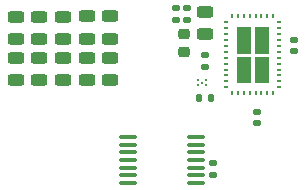
<source format=gbp>
G04 #@! TF.GenerationSoftware,KiCad,Pcbnew,(6.0.0-0)*
G04 #@! TF.CreationDate,2022-01-16T01:34:20+01:00*
G04 #@! TF.ProjectId,ESCv4.3,45534376-342e-4332-9e6b-696361645f70,rev?*
G04 #@! TF.SameCoordinates,Original*
G04 #@! TF.FileFunction,Paste,Bot*
G04 #@! TF.FilePolarity,Positive*
%FSLAX46Y46*%
G04 Gerber Fmt 4.6, Leading zero omitted, Abs format (unit mm)*
G04 Created by KiCad (PCBNEW (6.0.0-0)) date 2022-01-16 01:34:20*
%MOMM*%
%LPD*%
G01*
G04 APERTURE LIST*
G04 Aperture macros list*
%AMRoundRect*
0 Rectangle with rounded corners*
0 $1 Rounding radius*
0 $2 $3 $4 $5 $6 $7 $8 $9 X,Y pos of 4 corners*
0 Add a 4 corners polygon primitive as box body*
4,1,4,$2,$3,$4,$5,$6,$7,$8,$9,$2,$3,0*
0 Add four circle primitives for the rounded corners*
1,1,$1+$1,$2,$3*
1,1,$1+$1,$4,$5*
1,1,$1+$1,$6,$7*
1,1,$1+$1,$8,$9*
0 Add four rect primitives between the rounded corners*
20,1,$1+$1,$2,$3,$4,$5,0*
20,1,$1+$1,$4,$5,$6,$7,0*
20,1,$1+$1,$6,$7,$8,$9,0*
20,1,$1+$1,$8,$9,$2,$3,0*%
G04 Aperture macros list end*
%ADD10C,0.100000*%
%ADD11O,0.500000X0.200000*%
%ADD12O,0.200000X0.500000*%
%ADD13RoundRect,0.243750X-0.456250X0.243750X-0.456250X-0.243750X0.456250X-0.243750X0.456250X0.243750X0*%
%ADD14RoundRect,0.243750X0.456250X-0.243750X0.456250X0.243750X-0.456250X0.243750X-0.456250X-0.243750X0*%
%ADD15RoundRect,0.147500X-0.172500X0.147500X-0.172500X-0.147500X0.172500X-0.147500X0.172500X0.147500X0*%
%ADD16RoundRect,0.218750X-0.256250X0.218750X-0.256250X-0.218750X0.256250X-0.218750X0.256250X0.218750X0*%
%ADD17RoundRect,0.147500X0.172500X-0.147500X0.172500X0.147500X-0.172500X0.147500X-0.172500X-0.147500X0*%
%ADD18R,0.250000X0.250000*%
%ADD19RoundRect,0.147500X0.147500X0.172500X-0.147500X0.172500X-0.147500X-0.172500X0.147500X-0.172500X0*%
%ADD20RoundRect,0.100000X-0.637500X-0.100000X0.637500X-0.100000X0.637500X0.100000X-0.637500X0.100000X0*%
G04 APERTURE END LIST*
D10*
G04 #@! TO.C,U5*
X109030000Y-88755000D02*
X107925000Y-88755000D01*
X107925000Y-88755000D02*
X107925000Y-90930000D01*
X107925000Y-90930000D02*
X109030000Y-90930000D01*
X109030000Y-90930000D02*
X109030000Y-88755000D01*
G36*
X109030000Y-90930000D02*
G01*
X107925000Y-90930000D01*
X107925000Y-88755000D01*
X109030000Y-88755000D01*
X109030000Y-90930000D01*
G37*
X109030000Y-90930000D02*
X107925000Y-90930000D01*
X107925000Y-88755000D01*
X109030000Y-88755000D01*
X109030000Y-90930000D01*
X107460000Y-88755000D02*
X106355000Y-88755000D01*
X106355000Y-88755000D02*
X106355000Y-90930000D01*
X106355000Y-90930000D02*
X107460000Y-90930000D01*
X107460000Y-90930000D02*
X107460000Y-88755000D01*
G36*
X107460000Y-90930000D02*
G01*
X106355000Y-90930000D01*
X106355000Y-88755000D01*
X107460000Y-88755000D01*
X107460000Y-90930000D01*
G37*
X107460000Y-90930000D02*
X106355000Y-90930000D01*
X106355000Y-88755000D01*
X107460000Y-88755000D01*
X107460000Y-90930000D01*
X107460000Y-91240000D02*
X106355000Y-91240000D01*
X106355000Y-91240000D02*
X106355000Y-93415000D01*
X106355000Y-93415000D02*
X107460000Y-93415000D01*
X107460000Y-93415000D02*
X107460000Y-91240000D01*
G36*
X107460000Y-93415000D02*
G01*
X106355000Y-93415000D01*
X106355000Y-91240000D01*
X107460000Y-91240000D01*
X107460000Y-93415000D01*
G37*
X107460000Y-93415000D02*
X106355000Y-93415000D01*
X106355000Y-91240000D01*
X107460000Y-91240000D01*
X107460000Y-93415000D01*
X109030000Y-91240000D02*
X107925000Y-91240000D01*
X107925000Y-91240000D02*
X107925000Y-93415000D01*
X107925000Y-93415000D02*
X109030000Y-93415000D01*
X109030000Y-93415000D02*
X109030000Y-91240000D01*
G36*
X109030000Y-93415000D02*
G01*
X107925000Y-93415000D01*
X107925000Y-91240000D01*
X109030000Y-91240000D01*
X109030000Y-93415000D01*
G37*
X109030000Y-93415000D02*
X107925000Y-93415000D01*
X107925000Y-91240000D01*
X109030000Y-91240000D01*
X109030000Y-93415000D01*
G04 #@! TD*
D11*
G04 #@! TO.C,U5*
X105440000Y-93835000D03*
X105440000Y-93335000D03*
X105440000Y-92835000D03*
X105440000Y-92335000D03*
X105440000Y-91835000D03*
X105440000Y-91335000D03*
X105440000Y-90835000D03*
X105440000Y-90335000D03*
X105440000Y-89835000D03*
X105440000Y-89335000D03*
X105440000Y-88835000D03*
X105440000Y-88335000D03*
D12*
X105940000Y-87835000D03*
X106440000Y-87835000D03*
X106940000Y-87835000D03*
X107440000Y-87835000D03*
X107940000Y-87835000D03*
X108440000Y-87835000D03*
X108940000Y-87835000D03*
X109440000Y-87835000D03*
D11*
X109940000Y-88335000D03*
X109940000Y-88835000D03*
X109940000Y-89335000D03*
X109940000Y-89835000D03*
X109940000Y-90335000D03*
X109940000Y-90835000D03*
X109940000Y-91335000D03*
X109940000Y-91835000D03*
X109940000Y-92335000D03*
X109940000Y-92835000D03*
X109940000Y-93335000D03*
X109940000Y-93835000D03*
D12*
X109440000Y-94335000D03*
X108940000Y-94335000D03*
X108440000Y-94335000D03*
X107940000Y-94335000D03*
X107440000Y-94335000D03*
X106940000Y-94335000D03*
X106440000Y-94335000D03*
X105940000Y-94335000D03*
G04 #@! TD*
D13*
G04 #@! TO.C,C2*
X95630000Y-87832500D03*
X95630000Y-89707500D03*
G04 #@! TD*
G04 #@! TO.C,C4*
X89610000Y-87852500D03*
X89610000Y-89727500D03*
G04 #@! TD*
G04 #@! TO.C,C5*
X93630000Y-87832500D03*
X93630000Y-89707500D03*
G04 #@! TD*
D14*
G04 #@! TO.C,C6*
X89610000Y-93237500D03*
X89610000Y-91362500D03*
G04 #@! TD*
G04 #@! TO.C,C7*
X87620000Y-93237500D03*
X87620000Y-91362500D03*
G04 #@! TD*
G04 #@! TO.C,C8*
X95630000Y-93217500D03*
X95630000Y-91342500D03*
G04 #@! TD*
G04 #@! TO.C,C9*
X93630000Y-93217500D03*
X93630000Y-91342500D03*
G04 #@! TD*
D13*
G04 #@! TO.C,C10*
X87620000Y-87852500D03*
X87620000Y-89727500D03*
G04 #@! TD*
D14*
G04 #@! TO.C,C11*
X91610000Y-93237500D03*
X91610000Y-91362500D03*
G04 #@! TD*
D13*
G04 #@! TO.C,C12*
X91630000Y-87852500D03*
X91630000Y-89727500D03*
G04 #@! TD*
D15*
G04 #@! TO.C,C27*
X111170000Y-89795000D03*
X111170000Y-90765000D03*
G04 #@! TD*
G04 #@! TO.C,C28*
X108080000Y-95895000D03*
X108080000Y-96865000D03*
G04 #@! TD*
D16*
G04 #@! TO.C,C33*
X101900000Y-89302500D03*
X101900000Y-90877500D03*
G04 #@! TD*
D15*
G04 #@! TO.C,C34*
X103690000Y-91115000D03*
X103690000Y-92085000D03*
G04 #@! TD*
D17*
G04 #@! TO.C,C36*
X101170000Y-88105000D03*
X101170000Y-87135000D03*
G04 #@! TD*
G04 #@! TO.C,C37*
X102170000Y-88115000D03*
X102170000Y-87145000D03*
G04 #@! TD*
D14*
G04 #@! TO.C,C38*
X103660000Y-89317500D03*
X103660000Y-87442500D03*
G04 #@! TD*
D17*
G04 #@! TO.C,C39*
X104375000Y-101235000D03*
X104375000Y-100265000D03*
G04 #@! TD*
D18*
G04 #@! TO.C,U4*
X103078500Y-93650000D03*
X103771500Y-93650000D03*
X103078500Y-93250000D03*
X103771500Y-93250000D03*
X103425000Y-93450000D03*
G04 #@! TD*
D19*
G04 #@! TO.C,C26*
X104160000Y-94725000D03*
X103190000Y-94725000D03*
G04 #@! TD*
D20*
G04 #@! TO.C,U7*
X97137500Y-101950000D03*
X97137500Y-101300000D03*
X97137500Y-100650000D03*
X97137500Y-100000000D03*
X97137500Y-99350000D03*
X97137500Y-98700000D03*
X97137500Y-98050000D03*
X102862500Y-98050000D03*
X102862500Y-98700000D03*
X102862500Y-99350000D03*
X102862500Y-100000000D03*
X102862500Y-100650000D03*
X102862500Y-101300000D03*
X102862500Y-101950000D03*
G04 #@! TD*
M02*

</source>
